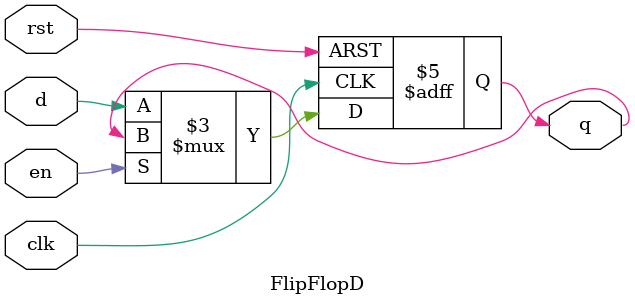
<source format=sv>

module FlipFlopD (input logic clk,
				  input logic rst,
				  input logic en, d,
				  output logic q);
	
	
	
always @ (posedge clk, posedge rst)
				if(rst)
					q<=1'b0;
				else if(en==0)
					q <= d;
			
				    					  
endmodule	

		  


				  
				  		  


				  
					  


 	  

	
			



</source>
